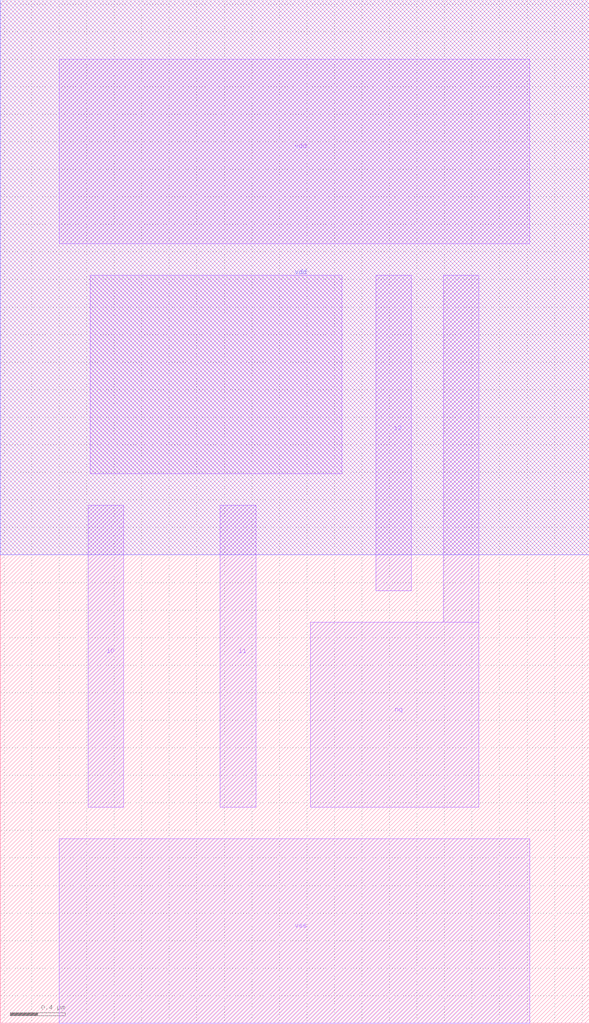
<source format=lef>
VERSION 5.7 ;
  NOWIREEXTENSIONATPIN ON ;
  DIVIDERCHAR "/" ;
  BUSBITCHARS "[]" ;
MACRO and21nor_x1
  CLASS BLOCK ;
  FOREIGN and21nor_x1 ;
  ORIGIN 0.430 0.000 ;
  SIZE 4.280 BY 7.430 ;
  PIN vss
    ANTENNADIFFAREA 3.117900 ;
    PORT
      LAYER Metal1 ;
        RECT 0.000 0.000 3.420 1.340 ;
    END
  END vss
  PIN vdd
    ANTENNADIFFAREA 2.209400 ;
    PORT
      LAYER Nwell ;
        RECT -0.430 3.400 3.850 7.430 ;
      LAYER Metal1 ;
        RECT 0.000 5.660 3.420 7.000 ;
    END
  END vdd
  PIN i0
    ANTENNAGATEAREA 1.106000 ;
    PORT
      LAYER Metal1 ;
        RECT 0.210 1.570 0.470 3.760 ;
    END
  END i0
  PIN nq
    ANTENNADIFFAREA 2.261500 ;
    PORT
      LAYER Metal1 ;
        RECT 2.790 2.910 3.050 5.430 ;
        RECT 1.825 1.570 3.050 2.910 ;
    END
  END nq
  PIN i1
    ANTENNAGATEAREA 1.106000 ;
    PORT
      LAYER Metal1 ;
        RECT 1.170 1.570 1.430 3.760 ;
    END
  END i1
  PIN i2
    ANTENNAGATEAREA 1.106000 ;
    PORT
      LAYER Metal1 ;
        RECT 2.300 3.140 2.560 5.430 ;
    END
  END i2
  OBS
      LAYER Metal1 ;
        RECT 0.225 3.990 2.055 5.430 ;
  END
END and21nor_x1
END LIBRARY


</source>
